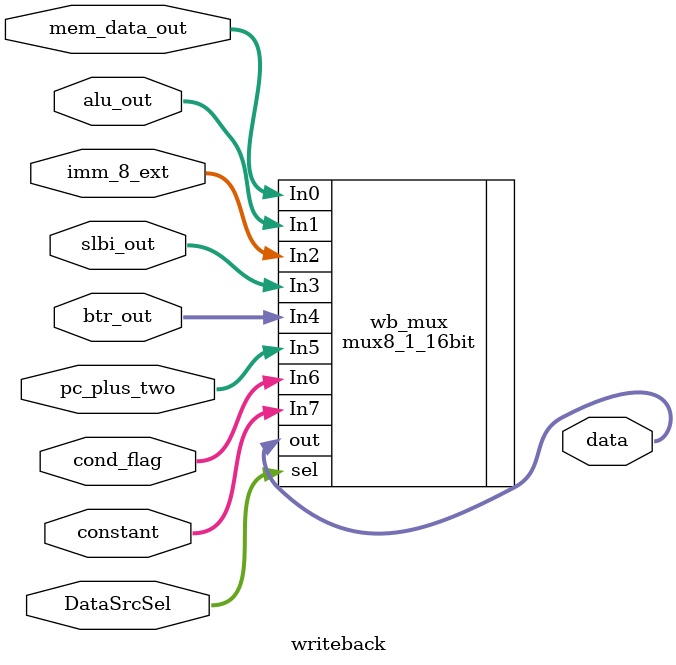
<source format=v>
module writeback(
	output [15:0] data,
	input [2:0] DataSrcSel,
	input [15:0] mem_data_out,
	input [15:0] alu_out,
	input [15:0] imm_8_ext,
	input [15:0] slbi_out,
	input [15:0] btr_out,
	input [15:0] pc_plus_two,
	input [15:0] cond_flag,
	input [15:0] constant
	);
  

  mux8_1_16bit wb_mux(
          // Outputs
          .out(data),
          // Inputs
          .sel(DataSrcSel),
          .In0(mem_data_out),
          .In1(alu_out),
          .In2(imm_8_ext),
          .In3(slbi_out),
          .In4(btr_out),
          .In5(pc_plus_two),
          .In6(cond_flag),
          .In7(constant)
        );


endmodule
</source>
